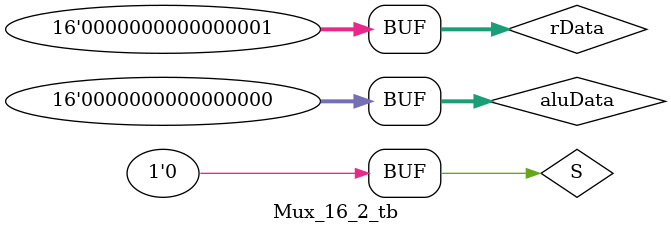
<source format=sv>

module Mux_16_2(rData, aluData, wData, S);
    input  logic S;                         // Select Bit
    input  logic [15:0] rData, aluData;     // two options being selected between
    output logic [15:0] wData;              // output

    assign wData = S ? rData : aluData;

endmodule

module Mux_16_2_tb();

    logic S;                         // Select Bit
    logic [15:0] rData, aluData;     // two options being selected between
    logic [15:0] wData;              // output

    Mux_16_2 DUT(rData, aluData, wData, S); // instantiating the MUX

    initial begin
        rData = 7; aluData = 15;        // set inputs to be whatever values we want
        S = 1; #22;                     // set select to 1 to make sure it chooses the correct input
        S = 0; #20;                     // set select to 0 to make sure it chooses the other input
        rData = 1; aluData = 0;         // test again with other values
        S = 1; #22;
        S = 0; #20;
    end
    initial
        $monitor("Time =%0t, rData =%d, aluData =%d, Select =%d, Output =%d", $time, rData, aluData, S, wData);
endmodule
</source>
